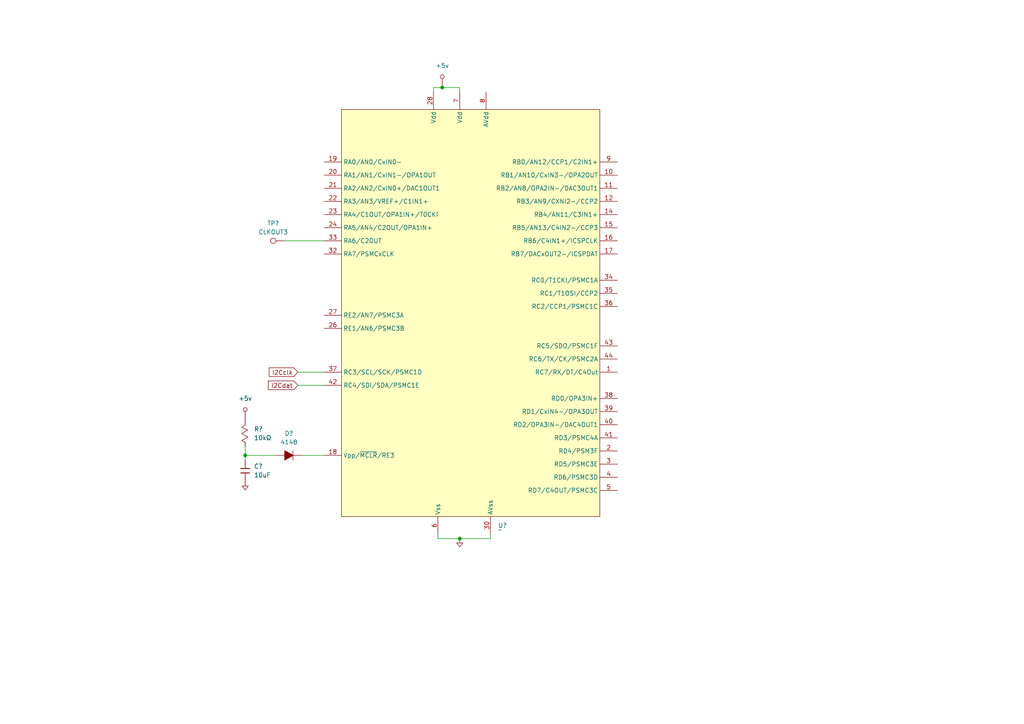
<source format=kicad_sch>
(kicad_sch (version 20231120) (generator "eeschema") (generator_version "8.0")
  (paper "A4")
  (lib_symbols
    (symbol "Connector:TestPoint" (pin_numbers hide) (pin_names (offset 0.762) hide)
      (property "Reference" "TP" (at 0 6.858 0))
      (property "Value" "TestPoint" (at 0 5.08 0))
      (symbol "TestPoint_0_1"
        (circle (center 0 3.302) (radius 0.762))
      )
      (symbol "TestPoint_1_1"
        (pin passive line (at 0 0 90) (length 2.54) (name "1") (number "1"))
      )
    )
    (symbol "Custom Power:+5v" (power) (pin_numbers hide) (pin_names hide) (in_bom no) (on_board no)
      (property "Value" "+5v" (at 0 3.81 0))
      (symbol "+5v_0_1"
        (circle (center 0 1.8796) (radius 0.5611))
      )
      (symbol "+5v_1_1"
        (pin power_in line (at 0 -1.27 90) (length 2.54) (name "+5v") (number ""))
      )
    )
    (symbol "Custom Power:GND" (power) (pin_numbers hide) (pin_names hide) (in_bom no) (on_board no)
      (symbol "GND_0_1"
        (polyline (pts (xy -0.889 -1.27) (xy 0.889 -1.27) (xy 0 -2.413) (xy -0.889 -1.27)))
      )
      (symbol "GND_1_1"
        (pin power_in line (at 0 0 270) (length 1.27) (name "GND") (number "~"))
      )
    )
    (symbol "Owen's Symbols:Capacitor" (pin_numbers hide) (pin_names hide)
      (property "Reference" "C" (at 2.54 0 0))
      (property "Value" "?" (at 2.54 -2.54 0))
      (symbol "Capacitor_1_1"
        (polyline (pts (xy -1.27 -3.81) (xy 1.27 -3.81)) (stroke (width 0.254)))
        (polyline (pts (xy -1.27 -2.54) (xy 1.27 -2.54)) (stroke (width 0.254)))
        (pin passive line (at 0 0 270) (length 2.54) (name "1") (number "1"))
        (pin passive line (at 0 -6.35 90) (length 2.54) (name "2") (number "2"))
      )
    )
    (symbol "Owen's Symbols:Diode" (pin_numbers hide) (pin_names hide)
      (property "Reference" "D" (at 3.81 -1.27 0))
      (property "Value" "Vz" (at 3.81 -3.81 0))
      (symbol "Diode_0_1"
        (polyline (pts (xy -1.397 -4.953) (xy 1.397 -4.953) (xy 1.397 -4.953)))
      )
      (symbol "Diode_1_1"
        (polyline (pts (xy -1.397 -2.54) (xy 1.397 -2.54) (xy 0 -5.08) (xy -1.397 -2.54)) (fill (type outline)))
        (pin passive line (at 0 0 270) (length 2.54) (name "1") (number "1"))
        (pin passive line (at 0 -7.62 90) (length 2.54) (name "2") (number "2"))
      )
    )
    (symbol "Owen's Symbols:PIC16F1789_44"
      (property "Reference" "U" (at -30.48 -10.16 0))
      (symbol "PIC16F1789_44_1_1"
        (rectangle (start -34.29 0) (end 40.64 -118.11) (fill (type background)))
        (pin bidirectional line (at 45.72 -76.2 180) (length 5.08) (name "RC7/RX/DT/C4Out") (number "1"))
        (pin bidirectional line (at 45.72 -19.05 180) (length 5.08) (name "RB1/AN10/CxIN3-/OPA2OUT") (number "10"))
        (pin bidirectional line (at 45.72 -22.86 180) (length 5.08) (name "RB2/AN8/OPA2IN-/DAC3OUT1") (number "11"))
        (pin bidirectional line (at 45.72 -26.67 180) (length 5.08) (name "RB3/AN9/CXNI2-/CCP2") (number "12"))
        (pin bidirectional line (at 45.72 -30.48 180) (length 5.08) (name "RB4/AN11/C3IN1+") (number "14"))
        (pin bidirectional line (at 45.72 -34.29 180) (length 5.08) (name "RB5/AN13/C4IN2-/CCP3") (number "15"))
        (pin bidirectional line (at 45.72 -38.1 180) (length 5.08) (name "RB6/C4IN1+/ICSPCLK") (number "16"))
        (pin bidirectional line (at 45.72 -41.91 180) (length 5.08) (name "RB7/DACxOUT2-/ICSPDAT") (number "17"))
        (pin bidirectional line (at -39.37 -100.33 0) (length 5.08) (name "Vpp/~{MCLR}/RE3") (number "18"))
        (pin bidirectional line (at -39.37 -15.24 0) (length 5.08) (name "RA0/AN0/CxIN0-") (number "19"))
        (pin bidirectional line (at 45.72 -99.06 180) (length 5.08) (name "RD4/PSM3F") (number "2"))
        (pin bidirectional line (at -39.37 -19.05 0) (length 5.08) (name "RA1/AN1/CxIN1-/OPA1OUT") (number "20"))
        (pin bidirectional line (at -39.37 -22.86 0) (length 5.08) (name "RA2/AN2/CxIN0+/DAC1OUT1") (number "21"))
        (pin bidirectional line (at -39.37 -26.67 0) (length 5.08) (name "RA3/AN3/VREF+/C1IN1+") (number "22"))
        (pin bidirectional line (at -39.37 -30.48 0) (length 5.08) (name "RA4/C1OUT/OPA1IN+/T0CKI") (number "23"))
        (pin bidirectional line (at -39.37 -34.29 0) (length 5.08) (name "RA5/AN4/C2OUT/OPA1IN+") (number "24"))
        (pin bidirectional line (at -39.37 -63.5 0) (length 5.08) (name "RE1/AN6/PSMC3B") (number "26"))
        (pin bidirectional line (at -39.37 -59.69 0) (length 5.08) (name "RE2/AN7/PSMC3A") (number "27"))
        (pin bidirectional line (at -7.62 5.08 270) (length 5.08) (name "Vdd") (number "28"))
        (pin bidirectional line (at 45.72 -102.87 180) (length 5.08) (name "RD5/PSMC3E") (number "3"))
        (pin bidirectional line (at 8.89 -123.19 90) (length 5.08) (name "AVss") (number "30"))
        (pin bidirectional line (at -39.37 -41.91 0) (length 5.08) (name "RA7/PSMCxCLK") (number "32"))
        (pin bidirectional line (at -39.37 -38.1 0) (length 5.08) (name "RA6/C2OUT") (number "33"))
        (pin bidirectional line (at 45.72 -49.53 180) (length 5.08) (name "RC0/T1CKI/PSMC1A") (number "34"))
        (pin bidirectional line (at 45.72 -53.34 180) (length 5.08) (name "RC1/T1OSI/CCP2") (number "35"))
        (pin bidirectional line (at 45.72 -57.15 180) (length 5.08) (name "RC2/CCP1/PSMC1C") (number "36"))
        (pin bidirectional line (at 45.72 -60.96 180) (length 5.08) (name "RC3/SCL/SCK/PSMC1D") (number "37"))
        (pin bidirectional line (at 45.72 -83.82 180) (length 5.08) (name "RD0/OPA3IN+") (number "38"))
        (pin bidirectional line (at 45.72 -87.63 180) (length 5.08) (name "RD1/CxIN4-/OPA3OUT") (number "39"))
        (pin bidirectional line (at 45.72 -106.68 180) (length 5.08) (name "RD6/PSMC3D") (number "4"))
        (pin bidirectional line (at 45.72 -91.44 180) (length 5.08) (name "RD2/OPA3IN-/DAC4OUT1") (number "40"))
        (pin bidirectional line (at 45.72 -95.25 180) (length 5.08) (name "RD3/PSMC4A") (number "41"))
        (pin bidirectional line (at 45.72 -64.77 180) (length 5.08) (name "RC4/SDI/SDA/PSMC1E") (number "42"))
        (pin bidirectional line (at 45.72 -68.58 180) (length 5.08) (name "RC5/SDO/PSMC1F") (number "43"))
        (pin bidirectional line (at 45.72 -72.39 180) (length 5.08) (name "RC6/TX/CK/PSMC2A") (number "44"))
        (pin bidirectional line (at 45.72 -110.49 180) (length 5.08) (name "RD7/C4OUT/PSMC3C") (number "5"))
        (pin bidirectional line (at -6.35 -123.19 90) (length 5.08) (name "Vss") (number "6"))
        (pin bidirectional line (at 0 5.08 270) (length 5.08) (name "Vdd") (number "7"))
        (pin bidirectional line (at 7.62 5.08 270) (length 5.08) (name "AVdd") (number "8"))
        (pin bidirectional line (at 45.72 -15.24 180) (length 5.08) (name "RB0/AN12/CCP1/C2IN1+") (number "9"))
      )
      (symbol "PIC16F1789_44_1_2"
        (rectangle (start -34.29 0) (end 40.64 -118.11) (fill (type background)))
        (pin bidirectional line (at 45.72 -76.2 180) (length 5.08) (name "RC7/RX/DT/C4Out") (number "1"))
        (pin bidirectional line (at 45.72 -19.05 180) (length 5.08) (name "RB1/AN10/CxIN3-/OPA2OUT") (number "10"))
        (pin bidirectional line (at 45.72 -22.86 180) (length 5.08) (name "RB2/AN8/OPA2IN-/DAC3OUT1") (number "11"))
        (pin bidirectional line (at 45.72 -26.67 180) (length 5.08) (name "RB3/AN9/CXNI2-/CCP2") (number "12"))
        (pin bidirectional line (at 45.72 -30.48 180) (length 5.08) (name "RB4/AN11/C3IN1+") (number "14"))
        (pin bidirectional line (at 45.72 -34.29 180) (length 5.08) (name "RB5/AN13/C4IN2-/CCP3") (number "15"))
        (pin bidirectional line (at 45.72 -38.1 180) (length 5.08) (name "RB6/C4IN1+/ICSPCLK") (number "16"))
        (pin bidirectional line (at 45.72 -41.91 180) (length 5.08) (name "RB7/DACxOUT2-/ICSPDAT") (number "17"))
        (pin bidirectional line (at -39.37 -100.33 0) (length 5.08) (name "Vpp/~{MCLR}/RE3") (number "18"))
        (pin bidirectional line (at -39.37 -15.24 0) (length 5.08) (name "RA0/AN0/CxIN0-") (number "19"))
        (pin bidirectional line (at 45.72 -99.06 180) (length 5.08) (name "RD4/PSM3F") (number "2"))
        (pin bidirectional line (at -39.37 -19.05 0) (length 5.08) (name "RA1/AN1/CxIN1-/OPA1OUT") (number "20"))
        (pin bidirectional line (at -39.37 -22.86 0) (length 5.08) (name "RA2/AN2/CxIN0+/DAC1OUT1") (number "21"))
        (pin bidirectional line (at -39.37 -26.67 0) (length 5.08) (name "RA3/AN3/VREF+/C1IN1+") (number "22"))
        (pin bidirectional line (at -39.37 -30.48 0) (length 5.08) (name "RA4/C1OUT/OPA1IN+/T0CKI") (number "23"))
        (pin bidirectional line (at -39.37 -34.29 0) (length 5.08) (name "RA5/AN4/C2OUT/OPA1IN+") (number "24"))
        (pin bidirectional line (at -39.37 -63.5 0) (length 5.08) (name "RE1/AN6/PSMC3B") (number "26"))
        (pin bidirectional line (at -39.37 -59.69 0) (length 5.08) (name "RE2/AN7/PSMC3A") (number "27"))
        (pin bidirectional line (at -7.62 5.08 270) (length 5.08) (name "Vdd") (number "28"))
        (pin bidirectional line (at 45.72 -102.87 180) (length 5.08) (name "RD5/PSMC3E") (number "3"))
        (pin bidirectional line (at 8.89 -123.19 90) (length 5.08) (name "AVss") (number "30"))
        (pin bidirectional line (at -39.37 -41.91 0) (length 5.08) (name "RA7/PSMCxCLK") (number "32"))
        (pin bidirectional line (at -39.37 -38.1 0) (length 5.08) (name "RA6/C2OUT") (number "33"))
        (pin bidirectional line (at 45.72 -49.53 180) (length 5.08) (name "RC0/T1CKI/PSMC1A") (number "34"))
        (pin bidirectional line (at 45.72 -53.34 180) (length 5.08) (name "RC1/T1OSI/CCP2") (number "35"))
        (pin bidirectional line (at 45.72 -57.15 180) (length 5.08) (name "RC2/CCP1/PSMC1C") (number "36"))
        (pin bidirectional line (at -39.37 -76.2 0) (length 5.08) (name "RC3/SCL/SCK/PSMC1D") (number "37"))
        (pin bidirectional line (at 45.72 -83.82 180) (length 5.08) (name "RD0/OPA3IN+") (number "38"))
        (pin bidirectional line (at 45.72 -87.63 180) (length 5.08) (name "RD1/CxIN4-/OPA3OUT") (number "39"))
        (pin bidirectional line (at 45.72 -106.68 180) (length 5.08) (name "RD6/PSMC3D") (number "4"))
        (pin bidirectional line (at 45.72 -91.44 180) (length 5.08) (name "RD2/OPA3IN-/DAC4OUT1") (number "40"))
        (pin bidirectional line (at 45.72 -95.25 180) (length 5.08) (name "RD3/PSMC4A") (number "41"))
        (pin bidirectional line (at -39.37 -80.01 0) (length 5.08) (name "RC4/SDI/SDA/PSMC1E") (number "42"))
        (pin bidirectional line (at 45.72 -68.58 180) (length 5.08) (name "RC5/SDO/PSMC1F") (number "43"))
        (pin bidirectional line (at 45.72 -72.39 180) (length 5.08) (name "RC6/TX/CK/PSMC2A") (number "44"))
        (pin bidirectional line (at 45.72 -110.49 180) (length 5.08) (name "RD7/C4OUT/PSMC3C") (number "5"))
        (pin bidirectional line (at -6.35 -123.19 90) (length 5.08) (name "Vss") (number "6"))
        (pin bidirectional line (at 0 5.08 270) (length 5.08) (name "Vdd") (number "7"))
        (pin bidirectional line (at 7.62 5.08 270) (length 5.08) (name "AVdd") (number "8"))
        (pin bidirectional line (at 45.72 -15.24 180) (length 5.08) (name "RB0/AN12/CCP1/C2IN1+") (number "9"))
      )
    )
    (symbol "Owen's Symbols:Resistor_Mod" (pin_numbers hide) (pin_names (offset 0) hide)
      (property "Reference" "R" (at 0 4.318 0))
      (property "Value" "ValueΩ" (at 0 2.54 0))
      (symbol "Resistor_Mod_0_1"
        (polyline (pts (xy -2.54 0) (xy -2.032 1.016) (xy -1.016 -0.762) (xy 0 1.016) (xy 1.016 -0.762) (xy 1.778 1.016) (xy 2.54 0)))
      )
      (symbol "Resistor_Mod_1_1"
        (pin passive line (at -3.81 0 0) (length 1.27) (name "1") (number "1"))
        (pin passive line (at 3.81 0 180) (length 1.27) (name "2") (number "2"))
      )
    )
  )
  (junction (at 133.35 156.21))
  (junction (at 128.27 25.4))
  (junction (at 71.12 132.08))
  (wire (pts (xy 142.24 156.21) (xy 142.24 154.94)))
  (wire (pts (xy 80.01 132.08) (xy 71.12 132.08)))
  (wire (pts (xy 86.36 107.95) (xy 93.98 107.95)))
  (wire (pts (xy 127 156.21) (xy 133.35 156.21)))
  (wire (pts (xy 71.12 132.08) (xy 71.12 133.35)))
  (wire (pts (xy 125.73 25.4) (xy 128.27 25.4)))
  (wire (pts (xy 128.27 25.4) (xy 133.35 25.4)))
  (wire (pts (xy 71.12 132.08) (xy 71.12 129.54)))
  (wire (pts (xy 125.73 26.67) (xy 125.73 25.4)))
  (wire (pts (xy 86.36 111.76) (xy 93.98 111.76)))
  (wire (pts (xy 133.35 25.4) (xy 133.35 26.67)))
  (wire (pts (xy 87.63 132.08) (xy 93.98 132.08)))
  (wire (pts (xy 127 156.21) (xy 127 154.94)))
  (wire (pts (xy 82.55 69.85) (xy 93.98 69.85)))
  (wire (pts (xy 133.35 156.21) (xy 142.24 156.21)))
  (global_label "I2Cclk" (shape input) (at 86.36 107.95 180) (property "Intersheetrefs" "${INTERSHEET_REFS}" (effects (hide yes))))
  (global_label "I2Cdat" (shape input) (at 86.36 111.76 180) (property "Intersheetrefs" "${INTERSHEET_REFS}" (effects (hide yes))))
  (symbol (lib_id "Custom Power:GND") (at 71.12 139.7 0) (unit 1) (in_bom no) (on_board no)
    (property "Reference" "#PWR034" (effects (hide yes)))
    (property "Value" "GND" (effects (hide yes)))
  )
  (symbol (lib_id "Owen's Symbols:PIC16F1789_44") (at 133.35 31.75 0) (unit 1) (convert 2)
    (property "Reference" "U?" (at 144.4341 152.4 0) (effects (justify left)))
    (property "Value" "~" (at 144.4341 153.67 0) (effects (justify left)))
  )
  (symbol (lib_id "Custom Power:+5v") (at 128.27 24.13 0) (unit 1) (in_bom no) (on_board no)
    (property "Reference" "#PWR035" (effects (hide yes)))
    (property "Value" "+5v" (at 128.27 19.05 0))
  )
  (symbol (lib_id "Owen's Symbols:Diode") (at 80.01 132.08 90) (unit 1)
    (property "Reference" "D?" (at 83.82 125.73 90))
    (property "Value" "4148" (at 83.82 128.27 90))
  )
  (symbol (lib_id "Custom Power:+5v") (at 71.12 120.65 0) (unit 1) (in_bom no) (on_board no)
    (property "Reference" "#PWR033" (effects (hide yes)))
    (property "Value" "+5v" (at 71.12 115.57 0))
  )
  (symbol (lib_id "Owen's Symbols:Resistor_Mod") (at 71.12 125.73 90) (unit 1)
    (property "Reference" "R?" (at 73.66 124.4599 90) (effects (justify right)))
    (property "Value" "10kΩ" (at 73.66 126.9999 90) (effects (justify right)))
  )
  (symbol (lib_id "Custom Power:GND") (at 133.35 156.21 0) (unit 1) (in_bom no) (on_board no)
    (property "Reference" "#PWR036" (effects (hide yes)))
    (property "Value" "GND" (effects (hide yes)))
  )
  (symbol (lib_id "Owen's Symbols:Capacitor") (at 71.12 133.35 0) (unit 1)
    (property "Reference" "C?" (at 73.66 135.2549 0) (effects (justify left)))
    (property "Value" "10uF" (at 73.66 137.7949 0) (effects (justify left)))
  )
  (symbol (lib_id "Connector:TestPoint") (at 82.55 69.85 90) (unit 1)
    (property "Reference" "TP?" (at 79.248 64.77 90))
    (property "Value" "CLKOUT3" (at 79.248 67.31 90))
    (property "Description" "test point" (effects (hide yes)))
  )
)
</source>
